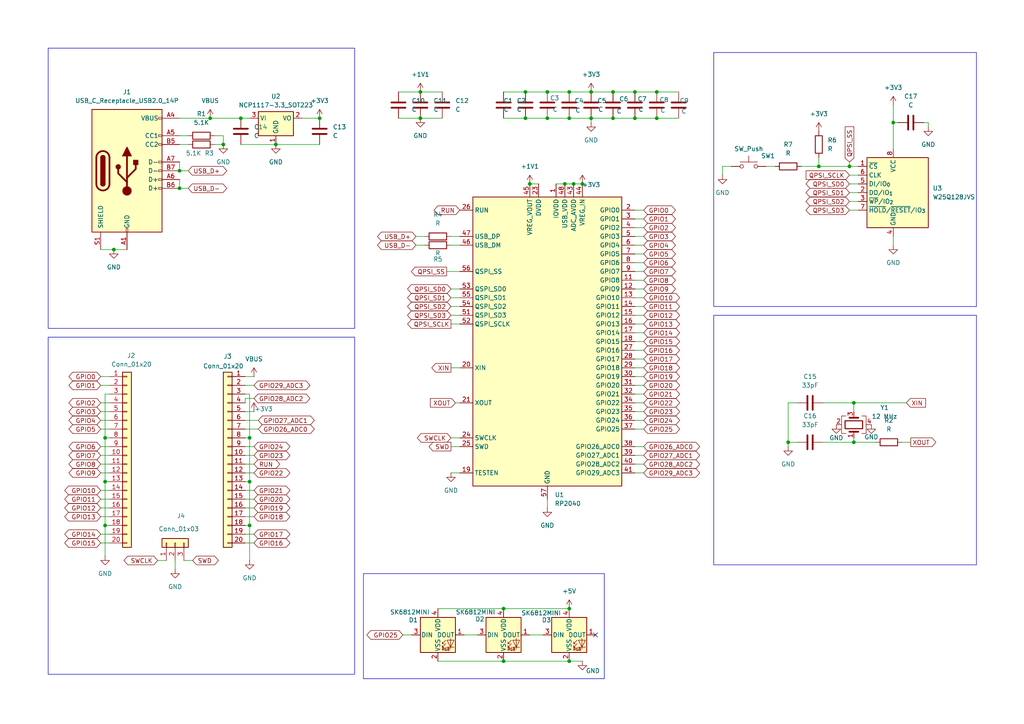
<source format=kicad_sch>
(kicad_sch (version 20250114) (generator "eeschema") (generator_version "9.0")
  (paper "A4")
  (lib_symbols
    (symbol "Connector:USB_C_Receptacle_USB2.0_14P" (pin_names (offset 1.016))
      (property "Reference" "J" (at 0 22.225 0))
      (property "Value" "USB_C_Receptacle_USB2.0_14P" (at 0 19.685 0))
      (symbol "USB_C_Receptacle_USB2.0_14P_1_1"
        (pin passive line (at -7.62 -22.86 90) (length 5.08) (name "SHIELD") (number "S1"))
        (pin passive line (at 0 -22.86 90) (length 5.08) (name "GND") (number "A1"))
        (pin passive line (at 0 -22.86 90) (length 5.08) (hide yes) (name "GND") (number "A12"))
        (pin passive line (at 0 -22.86 90) (length 5.08) (hide yes) (name "GND") (number "B1"))
        (pin passive line (at 0 -22.86 90) (length 5.08) (hide yes) (name "GND") (number "B12"))
        (pin passive line (at 15.24 15.24 180) (length 5.08) (name "VBUS") (number "A4"))
        (pin passive line (at 15.24 15.24 180) (length 5.08) (hide yes) (name "VBUS") (number "A9"))
        (pin passive line (at 15.24 15.24 180) (length 5.08) (hide yes) (name "VBUS") (number "B4"))
        (pin passive line (at 15.24 15.24 180) (length 5.08) (hide yes) (name "VBUS") (number "B9"))
        (pin bidirectional line (at 15.24 10.16 180) (length 5.08) (name "CC1") (number "A5"))
        (pin bidirectional line (at 15.24 7.62 180) (length 5.08) (name "CC2") (number "B5"))
        (pin bidirectional line (at 15.24 2.54 180) (length 5.08) (name "D-") (number "A7"))
        (pin bidirectional line (at 15.24 0 180) (length 5.08) (name "D-") (number "B7"))
        (pin bidirectional line (at 15.24 -2.54 180) (length 5.08) (name "D+") (number "A6"))
        (pin bidirectional line (at 15.24 -5.08 180) (length 5.08) (name "D+") (number "B6"))
      )
    )
    (symbol "Connector_Generic:Conn_01x03" (pin_names (offset 1.016) (hide yes))
      (property "Reference" "J" (at 0 5.08 0))
      (property "Value" "Conn_01x03" (at 0 -5.08 0))
      (symbol "Conn_01x03_1_1"
        (pin passive line (at -5.08 2.54 0) (length 3.81) (name "Pin_1") (number "1"))
        (pin passive line (at -5.08 0 0) (length 3.81) (name "Pin_2") (number "2"))
        (pin passive line (at -5.08 -2.54 0) (length 3.81) (name "Pin_3") (number "3"))
      )
    )
    (symbol "Connector_Generic:Conn_01x20" (pin_names (offset 1.016) (hide yes))
      (property "Reference" "J" (at 0 25.4 0))
      (property "Value" "Conn_01x20" (at 0 -27.94 0))
      (symbol "Conn_01x20_1_1"
        (pin passive line (at -5.08 22.86 0) (length 3.81) (name "Pin_1") (number "1"))
        (pin passive line (at -5.08 20.32 0) (length 3.81) (name "Pin_2") (number "2"))
        (pin passive line (at -5.08 17.78 0) (length 3.81) (name "Pin_3") (number "3"))
        (pin passive line (at -5.08 15.24 0) (length 3.81) (name "Pin_4") (number "4"))
        (pin passive line (at -5.08 12.7 0) (length 3.81) (name "Pin_5") (number "5"))
        (pin passive line (at -5.08 10.16 0) (length 3.81) (name "Pin_6") (number "6"))
        (pin passive line (at -5.08 7.62 0) (length 3.81) (name "Pin_7") (number "7"))
        (pin passive line (at -5.08 5.08 0) (length 3.81) (name "Pin_8") (number "8"))
        (pin passive line (at -5.08 2.54 0) (length 3.81) (name "Pin_9") (number "9"))
        (pin passive line (at -5.08 0 0) (length 3.81) (name "Pin_10") (number "10"))
        (pin passive line (at -5.08 -2.54 0) (length 3.81) (name "Pin_11") (number "11"))
        (pin passive line (at -5.08 -5.08 0) (length 3.81) (name "Pin_12") (number "12"))
        (pin passive line (at -5.08 -7.62 0) (length 3.81) (name "Pin_13") (number "13"))
        (pin passive line (at -5.08 -10.16 0) (length 3.81) (name "Pin_14") (number "14"))
        (pin passive line (at -5.08 -12.7 0) (length 3.81) (name "Pin_15") (number "15"))
        (pin passive line (at -5.08 -15.24 0) (length 3.81) (name "Pin_16") (number "16"))
        (pin passive line (at -5.08 -17.78 0) (length 3.81) (name "Pin_17") (number "17"))
        (pin passive line (at -5.08 -20.32 0) (length 3.81) (name "Pin_18") (number "18"))
        (pin passive line (at -5.08 -22.86 0) (length 3.81) (name "Pin_19") (number "19"))
        (pin passive line (at -5.08 -25.4 0) (length 3.81) (name "Pin_20") (number "20"))
      )
    )
    (symbol "Device:C" (pin_numbers (hide yes)) (pin_names (offset 0.254))
      (property "Reference" "C" (at 0.635 2.54 0))
      (property "Value" "C" (at 0.635 -2.54 0))
      (symbol "C_1_1"
        (pin passive line (at 0 3.81 270) (length 2.794) (name "~") (number "1"))
        (pin passive line (at 0 -3.81 90) (length 2.794) (name "~") (number "2"))
      )
    )
    (symbol "Device:Crystal_GND24" (pin_names (offset 1.016) (hide yes))
      (property "Reference" "Y" (at 3.175 5.08 0))
      (property "Value" "Crystal_GND24" (at 3.175 3.175 0))
      (symbol "Crystal_GND24_1_1"
        (pin passive line (at -3.81 0 0) (length 1.27) (name "1") (number "1"))
        (pin passive line (at 0 5.08 270) (length 1.27) (name "2") (number "2"))
        (pin passive line (at 0 -5.08 90) (length 1.27) (name "4") (number "4"))
        (pin passive line (at 3.81 0 180) (length 1.27) (name "3") (number "3"))
      )
    )
    (symbol "Device:R" (pin_numbers (hide yes)) (pin_names (offset 0))
      (property "Reference" "R" (at 2.032 0 90))
      (property "Value" "R" (at 0 0 90))
      (symbol "R_1_1"
        (pin passive line (at 0 3.81 270) (length 1.27) (name "~") (number "1"))
        (pin passive line (at 0 -3.81 90) (length 1.27) (name "~") (number "2"))
      )
    )
    (symbol "LED:SK6812MINI" (pin_names (offset 0.254))
      (property "Reference" "D" (at 5.08 5.715 0))
      (property "Value" "SK6812MINI" (at 1.27 -5.715 0))
      (symbol "SK6812MINI_0_0"
        (text "RGB" (at 2.286 -4.191 0) (effects (font (size 0.762 0.762))))
      )
      (symbol "SK6812MINI_1_1"
        (pin input line (at -7.62 0 0) (length 2.54) (name "DIN") (number "3"))
        (pin power_in line (at 0 7.62 270) (length 2.54) (name "VDD") (number "4"))
        (pin power_in line (at 0 -7.62 90) (length 2.54) (name "VSS") (number "2"))
        (pin output line (at 7.62 0 180) (length 2.54) (name "DOUT") (number "1"))
      )
    )
    (symbol "MCU_RaspberryPi:RP2040"
      (property "Reference" "U" (at 17.78 45.72 0))
      (property "Value" "RP2040" (at 17.78 43.18 0))
      (symbol "RP2040_1_1"
        (pin input line (at -25.4 38.1 0) (length 3.81) (name "RUN") (number "26"))
        (pin bidirectional line (at -25.4 30.48 0) (length 3.81) (name "USB_DP") (number "47"))
        (pin bidirectional line (at -25.4 27.94 0) (length 3.81) (name "USB_DM") (number "46"))
        (pin bidirectional line (at -25.4 20.32 0) (length 3.81) (name "QSPI_SS") (number "56"))
        (pin bidirectional line (at -25.4 15.24 0) (length 3.81) (name "QSPI_SD0") (number "53"))
        (pin bidirectional line (at -25.4 12.7 0) (length 3.81) (name "QSPI_SD1") (number "55"))
        (pin bidirectional line (at -25.4 10.16 0) (length 3.81) (name "QSPI_SD2") (number "54"))
        (pin bidirectional line (at -25.4 7.62 0) (length 3.81) (name "QSPI_SD3") (number "51"))
        (pin output line (at -25.4 5.08 0) (length 3.81) (name "QSPI_SCLK") (number "52"))
        (pin input line (at -25.4 -7.62 0) (length 3.81) (name "XIN") (number "20"))
        (pin passive line (at -25.4 -17.78 0) (length 3.81) (name "XOUT") (number "21"))
        (pin input line (at -25.4 -27.94 0) (length 3.81) (name "SWCLK") (number "24"))
        (pin bidirectional line (at -25.4 -30.48 0) (length 3.81) (name "SWD") (number "25"))
        (pin input line (at -25.4 -38.1 0) (length 3.81) (name "TESTEN") (number "19"))
        (pin power_out line (at -5.08 45.72 270) (length 3.81) (name "VREG_VOUT") (number "45"))
        (pin power_in line (at -2.54 45.72 270) (length 3.81) (name "DVDD") (number "23"))
        (pin passive line (at -2.54 45.72 270) (length 3.81) (hide yes) (name "DVDD") (number "50"))
        (pin power_in line (at 0 -45.72 90) (length 3.81) (name "GND") (number "57"))
        (pin power_in line (at 2.54 45.72 270) (length 3.81) (name "IOVDD") (number "1"))
        (pin passive line (at 2.54 45.72 270) (length 3.81) (hide yes) (name "IOVDD") (number "10"))
        (pin passive line (at 2.54 45.72 270) (length 3.81) (hide yes) (name "IOVDD") (number "22"))
        (pin passive line (at 2.54 45.72 270) (length 3.81) (hide yes) (name "IOVDD") (number "33"))
        (pin passive line (at 2.54 45.72 270) (length 3.81) (hide yes) (name "IOVDD") (number "42"))
        (pin passive line (at 2.54 45.72 270) (length 3.81) (hide yes) (name "IOVDD") (number "49"))
        (pin power_in line (at 5.08 45.72 270) (length 3.81) (name "USB_VDD") (number "48"))
        (pin power_in line (at 7.62 45.72 270) (length 3.81) (name "ADC_AVDD") (number "43"))
        (pin power_in line (at 10.16 45.72 270) (length 3.81) (name "VREG_IN") (number "44"))
        (pin bidirectional line (at 25.4 38.1 180) (length 3.81) (name "GPIO0") (number "2"))
        (pin bidirectional line (at 25.4 35.56 180) (length 3.81) (name "GPIO1") (number "3"))
        (pin bidirectional line (at 25.4 33.02 180) (length 3.81) (name "GPIO2") (number "4"))
        (pin bidirectional line (at 25.4 30.48 180) (length 3.81) (name "GPIO3") (number "5"))
        (pin bidirectional line (at 25.4 27.94 180) (length 3.81) (name "GPIO4") (number "6"))
        (pin bidirectional line (at 25.4 25.4 180) (length 3.81) (name "GPIO5") (number "7"))
        (pin bidirectional line (at 25.4 22.86 180) (length 3.81) (name "GPIO6") (number "8"))
        (pin bidirectional line (at 25.4 20.32 180) (length 3.81) (name "GPIO7") (number "9"))
        (pin bidirectional line (at 25.4 17.78 180) (length 3.81) (name "GPIO8") (number "11"))
        (pin bidirectional line (at 25.4 15.24 180) (length 3.81) (name "GPIO9") (number "12"))
        (pin bidirectional line (at 25.4 12.7 180) (length 3.81) (name "GPIO10") (number "13"))
        (pin bidirectional line (at 25.4 10.16 180) (length 3.81) (name "GPIO11") (number "14"))
        (pin bidirectional line (at 25.4 7.62 180) (length 3.81) (name "GPIO12") (number "15"))
        (pin bidirectional line (at 25.4 5.08 180) (length 3.81) (name "GPIO13") (number "16"))
        (pin bidirectional line (at 25.4 2.54 180) (length 3.81) (name "GPIO14") (number "17"))
        (pin bidirectional line (at 25.4 0 180) (length 3.81) (name "GPIO15") (number "18"))
        (pin bidirectional line (at 25.4 -2.54 180) (length 3.81) (name "GPIO16") (number "27"))
        (pin bidirectional line (at 25.4 -5.08 180) (length 3.81) (name "GPIO17") (number "28"))
        (pin bidirectional line (at 25.4 -7.62 180) (length 3.81) (name "GPIO18") (number "29"))
        (pin bidirectional line (at 25.4 -10.16 180) (length 3.81) (name "GPIO19") (number "30"))
        (pin bidirectional line (at 25.4 -12.7 180) (length 3.81) (name "GPIO20") (number "31"))
        (pin bidirectional line (at 25.4 -15.24 180) (length 3.81) (name "GPIO21") (number "32"))
        (pin bidirectional line (at 25.4 -17.78 180) (length 3.81) (name "GPIO22") (number "34"))
        (pin bidirectional line (at 25.4 -20.32 180) (length 3.81) (name "GPIO23") (number "35"))
        (pin bidirectional line (at 25.4 -22.86 180) (length 3.81) (name "GPIO24") (number "36"))
        (pin bidirectional line (at 25.4 -25.4 180) (length 3.81) (name "GPIO25") (number "37"))
        (pin bidirectional line (at 25.4 -30.48 180) (length 3.81) (name "GPIO26_ADC0") (number "38"))
        (pin bidirectional line (at 25.4 -33.02 180) (length 3.81) (name "GPIO27_ADC1") (number "39"))
        (pin bidirectional line (at 25.4 -35.56 180) (length 3.81) (name "GPIO28_ADC2") (number "40"))
        (pin bidirectional line (at 25.4 -38.1 180) (length 3.81) (name "GPIO29_ADC3") (number "41"))
      )
    )
    (symbol "Memory_Flash:W25Q128JVS"
      (property "Reference" "U" (at -6.35 11.43 0))
      (property "Value" "W25Q128JVS" (at 7.62 11.43 0))
      (symbol "W25Q128JVS_1_1"
        (pin input line (at -10.16 7.62 0) (length 2.54) (name "~{CS}") (number "1"))
        (pin input line (at -10.16 5.08 0) (length 2.54) (name "CLK") (number "6"))
        (pin bidirectional line (at -10.16 2.54 0) (length 2.54) (name "DI/IO_{0}") (number "5"))
        (pin bidirectional line (at -10.16 0 0) (length 2.54) (name "DO/IO_{1}") (number "2"))
        (pin bidirectional line (at -10.16 -2.54 0) (length 2.54) (name "~{WP}/IO_{2}") (number "3"))
        (pin bidirectional line (at -10.16 -5.08 0) (length 2.54) (name "~{HOLD}/~{RESET}/IO_{3}") (number "7"))
        (pin power_in line (at 0 12.7 270) (length 2.54) (name "VCC") (number "8"))
        (pin power_in line (at 0 -12.7 90) (length 2.54) (name "GND") (number "4"))
      )
    )
    (symbol "Regulator_Linear:NCP1117-3.3_SOT223"
      (property "Reference" "U" (at -3.81 3.175 0))
      (property "Value" "NCP1117-3.3_SOT223" (at 0 3.175 0))
      (symbol "NCP1117-3.3_SOT223_1_1"
        (pin power_in line (at -7.62 0 0) (length 2.54) (name "VI") (number "3"))
        (pin power_in line (at 0 -7.62 90) (length 2.54) (name "GND") (number "1"))
        (pin power_out line (at 7.62 0 180) (length 2.54) (name "VO") (number "2"))
      )
    )
    (symbol "Switch:SW_Push" (pin_numbers (hide yes)) (pin_names (offset 1.016) (hide yes))
      (property "Reference" "SW" (at 1.27 2.54 0))
      (property "Value" "SW_Push" (at 0 -1.524 0))
      (symbol "SW_Push_0_1"
        (pin passive line (at -5.08 0 0) (length 2.54) (name "1") (number "1"))
        (pin passive line (at 5.08 0 180) (length 2.54) (name "2") (number "2"))
      )
    )
    (symbol "power:+1V1" (power) (pin_numbers (hide yes)) (pin_names (offset 0) (hide yes))
      (property "Value" "+1V1" (at 0 3.556 0))
      (symbol "+1V1_1_1"
        (pin power_in line (at 0 0 90) (length 0) (name "~") (number "1"))
      )
    )
    (symbol "power:+3V3" (power) (pin_numbers (hide yes)) (pin_names (offset 0) (hide yes))
      (property "Value" "+3V3" (at 0 3.556 0))
      (symbol "+3V3_1_1"
        (pin power_in line (at 0 0 90) (length 0) (name "~") (number "1"))
      )
    )
    (symbol "power:+5V" (power) (pin_numbers (hide yes)) (pin_names (offset 0) (hide yes))
      (property "Value" "+5V" (at 0 3.556 0))
      (symbol "+5V_1_1"
        (pin power_in line (at 0 0 90) (length 0) (name "~") (number "1"))
      )
    )
    (symbol "power:GND" (power) (pin_numbers (hide yes)) (pin_names (offset 0) (hide yes))
      (property "Value" "GND" (at 0 -3.81 0))
      (symbol "GND_1_1"
        (pin power_in line (at 0 0 270) (length 0) (name "~") (number "1"))
      )
    )
    (symbol "power:VBUS" (power) (pin_numbers (hide yes)) (pin_names (offset 0) (hide yes))
      (property "Value" "VBUS" (at 0 3.556 0))
      (symbol "VBUS_1_1"
        (pin power_in line (at 0 0 90) (length 0) (name "~") (number "1"))
      )
    )
  )
  (text_box "" (at 13.97 13.97 0) (size 88.9 81.28) (margins 0.9525 0.9525 0.9525 0.9525) (effects (font (size 1.27 1.27)) (justify left top)))
  (text_box "" (at 13.97 97.79 0) (size 88.9 97.79) (margins 0.9525 0.9525 0.9525 0.9525) (effects (font (size 1.27 1.27)) (justify left top)))
  (text_box "" (at 105.41 166.37 0) (size 69.85 30.48) (margins 0.9525 0.9525 0.9525 0.9525) (effects (font (size 1.27 1.27)) (justify left top)))
  (text_box "" (at 207.01 15.24 0) (size 76.2 73.66) (margins 0.9525 0.9525 0.9525 0.9525) (effects (font (size 1.27 1.27)) (justify left top)))
  (text_box "" (at 207.01 91.44 0) (size 76.2 72.39) (margins 0.9525 0.9525 0.9525 0.9525) (effects (font (size 1.27 1.27)) (justify left top)))
  (junction (at 171.45 34.29))
  (junction (at 52.07 49.53))
  (junction (at 184.15 26.67))
  (junction (at 165.1 26.67))
  (junction (at 72.39 127))
  (junction (at 69.85 34.29))
  (junction (at 228.6 128.27))
  (junction (at 177.8 34.29))
  (junction (at 177.8 26.67))
  (junction (at 121.92 26.67))
  (junction (at 165.1 191.77))
  (junction (at 92.71 34.29))
  (junction (at 80.01 41.91))
  (junction (at 72.39 139.7))
  (junction (at 190.5 34.29))
  (junction (at 30.48 127))
  (junction (at 152.4 26.67))
  (junction (at 237.49 48.26))
  (junction (at 168.91 53.34))
  (junction (at 30.48 139.7))
  (junction (at 171.45 26.67))
  (junction (at 33.02 72.39))
  (junction (at 165.1 34.29))
  (junction (at 184.15 34.29))
  (junction (at 52.07 54.61))
  (junction (at 158.75 34.29))
  (junction (at 190.5 26.67))
  (junction (at 153.67 53.34))
  (junction (at 247.65 128.27))
  (junction (at 259.08 35.56))
  (junction (at 166.37 53.34))
  (junction (at 246.38 48.26))
  (junction (at 158.75 26.67))
  (junction (at 247.65 116.84))
  (junction (at 72.39 152.4))
  (junction (at 146.05 176.53))
  (junction (at 30.48 152.4))
  (junction (at 163.83 53.34))
  (junction (at 60.96 34.29))
  (junction (at 64.77 41.91))
  (junction (at 165.1 176.53))
  (junction (at 121.92 34.29))
  (junction (at 152.4 34.29))
  (junction (at 146.05 191.77))
  (no_connect (at 172.72 184.15))
  (wire (pts (xy 184.15 78.74) (xy 186.69 78.74)))
  (wire (pts (xy 184.15 96.52) (xy 186.69 96.52)))
  (wire (pts (xy 52.07 34.29) (xy 60.96 34.29)))
  (wire (pts (xy 72.39 152.4) (xy 72.39 162.56)))
  (wire (pts (xy 130.81 83.82) (xy 133.35 83.82)))
  (wire (pts (xy 246.38 46.99) (xy 246.38 48.26)))
  (wire (pts (xy 71.12 114.3) (xy 72.39 114.3)))
  (wire (pts (xy 161.29 53.34) (xy 163.83 53.34)))
  (wire (pts (xy 71.12 124.46) (xy 74.93 124.46)))
  (wire (pts (xy 72.39 114.3) (xy 72.39 127)))
  (wire (pts (xy 71.12 149.86) (xy 73.66 149.86)))
  (wire (pts (xy 184.15 137.16) (xy 186.69 137.16)))
  (wire (pts (xy 184.15 116.84) (xy 186.69 116.84)))
  (wire (pts (xy 71.12 144.78) (xy 73.66 144.78)))
  (wire (pts (xy 130.81 68.58) (xy 133.35 68.58)))
  (wire (pts (xy 130.81 71.12) (xy 133.35 71.12)))
  (wire (pts (xy 69.85 34.29) (xy 72.39 34.29)))
  (wire (pts (xy 130.81 88.9) (xy 133.35 88.9)))
  (wire (pts (xy 184.15 86.36) (xy 186.69 86.36)))
  (wire (pts (xy 184.15 129.54) (xy 186.69 129.54)))
  (wire (pts (xy 184.15 114.3) (xy 186.69 114.3)))
  (wire (pts (xy 71.12 116.84) (xy 71.12 115.57)))
  (wire (pts (xy 30.48 139.7) (xy 31.75 139.7)))
  (wire (pts (xy 184.15 101.6) (xy 186.69 101.6)))
  (wire (pts (xy 71.12 154.94) (xy 73.66 154.94)))
  (wire (pts (xy 71.12 132.08) (xy 73.66 132.08)))
  (wire (pts (xy 232.41 48.26) (xy 237.49 48.26)))
  (wire (pts (xy 119.38 184.15) (xy 116.84 184.15)))
  (wire (pts (xy 237.49 48.26) (xy 246.38 48.26)))
  (wire (pts (xy 166.37 53.34) (xy 168.91 53.34)))
  (wire (pts (xy 132.08 116.84) (xy 133.35 116.84)))
  (wire (pts (xy 31.75 137.16) (xy 29.21 137.16)))
  (wire (pts (xy 184.15 93.98) (xy 186.69 93.98)))
  (wire (pts (xy 158.75 26.67) (xy 165.1 26.67)))
  (wire (pts (xy 31.75 114.3) (xy 30.48 114.3)))
  (wire (pts (xy 72.39 127) (xy 72.39 139.7)))
  (wire (pts (xy 115.57 34.29) (xy 121.92 34.29)))
  (wire (pts (xy 130.81 86.36) (xy 133.35 86.36)))
  (wire (pts (xy 30.48 139.7) (xy 30.48 152.4)))
  (wire (pts (xy 246.38 58.42) (xy 248.92 58.42)))
  (wire (pts (xy 171.45 26.67) (xy 177.8 26.67)))
  (wire (pts (xy 259.08 30.48) (xy 259.08 35.56)))
  (wire (pts (xy 184.15 76.2) (xy 186.69 76.2)))
  (wire (pts (xy 247.65 116.84) (xy 262.89 116.84)))
  (wire (pts (xy 71.12 147.32) (xy 73.66 147.32)))
  (wire (pts (xy 50.8 162.56) (xy 50.8 165.1)))
  (wire (pts (xy 238.76 128.27) (xy 247.65 128.27)))
  (wire (pts (xy 31.75 132.08) (xy 29.21 132.08)))
  (wire (pts (xy 259.08 68.58) (xy 259.08 71.12)))
  (wire (pts (xy 134.62 184.15) (xy 138.43 184.15)))
  (wire (pts (xy 259.08 35.56) (xy 259.08 43.18)))
  (wire (pts (xy 52.07 46.99) (xy 52.07 49.53)))
  (wire (pts (xy 33.02 72.39) (xy 36.83 72.39)))
  (wire (pts (xy 31.75 154.94) (xy 29.21 154.94)))
  (wire (pts (xy 171.45 34.29) (xy 177.8 34.29)))
  (wire (pts (xy 184.15 71.12) (xy 186.69 71.12)))
  (wire (pts (xy 130.81 93.98) (xy 133.35 93.98)))
  (wire (pts (xy 184.15 73.66) (xy 186.69 73.66)))
  (wire (pts (xy 31.75 129.54) (xy 29.21 129.54)))
  (wire (pts (xy 184.15 106.68) (xy 186.69 106.68)))
  (wire (pts (xy 30.48 152.4) (xy 31.75 152.4)))
  (wire (pts (xy 177.8 26.67) (xy 184.15 26.67)))
  (wire (pts (xy 269.24 36.83) (xy 269.24 35.56)))
  (wire (pts (xy 184.15 26.67) (xy 190.5 26.67)))
  (wire (pts (xy 31.75 144.78) (xy 29.21 144.78)))
  (wire (pts (xy 127 191.77) (xy 146.05 191.77)))
  (wire (pts (xy 228.6 116.84) (xy 228.6 128.27)))
  (wire (pts (xy 146.05 26.67) (xy 152.4 26.67)))
  (wire (pts (xy 115.57 26.67) (xy 121.92 26.67)))
  (wire (pts (xy 146.05 34.29) (xy 152.4 34.29)))
  (wire (pts (xy 158.75 144.78) (xy 158.75 147.32)))
  (wire (pts (xy 246.38 60.96) (xy 248.92 60.96)))
  (wire (pts (xy 184.15 68.58) (xy 186.69 68.58)))
  (wire (pts (xy 69.85 41.91) (xy 80.01 41.91)))
  (wire (pts (xy 71.12 129.54) (xy 73.66 129.54)))
  (wire (pts (xy 64.77 39.37) (xy 64.77 41.91)))
  (wire (pts (xy 52.07 41.91) (xy 54.61 41.91)))
  (wire (pts (xy 177.8 34.29) (xy 184.15 34.29)))
  (wire (pts (xy 190.5 26.67) (xy 196.85 26.67)))
  (wire (pts (xy 71.12 119.38) (xy 73.66 119.38)))
  (wire (pts (xy 184.15 91.44) (xy 186.69 91.44)))
  (wire (pts (xy 52.07 54.61) (xy 54.61 54.61)))
  (wire (pts (xy 171.45 34.29) (xy 171.45 35.56)))
  (wire (pts (xy 153.67 184.15) (xy 157.48 184.15)))
  (wire (pts (xy 120.65 71.12) (xy 123.19 71.12)))
  (wire (pts (xy 184.15 99.06) (xy 186.69 99.06)))
  (wire (pts (xy 247.65 127) (xy 247.65 128.27)))
  (wire (pts (xy 184.15 34.29) (xy 190.5 34.29)))
  (wire (pts (xy 246.38 55.88) (xy 248.92 55.88)))
  (wire (pts (xy 31.75 111.76) (xy 29.21 111.76)))
  (wire (pts (xy 231.14 116.84) (xy 228.6 116.84)))
  (wire (pts (xy 184.15 109.22) (xy 186.69 109.22)))
  (wire (pts (xy 212.09 48.26) (xy 209.55 48.26)))
  (wire (pts (xy 71.12 115.57) (xy 73.66 115.57)))
  (wire (pts (xy 130.81 106.68) (xy 133.35 106.68)))
  (wire (pts (xy 146.05 176.53) (xy 165.1 176.53)))
  (wire (pts (xy 165.1 34.29) (xy 171.45 34.29)))
  (wire (pts (xy 71.12 152.4) (xy 72.39 152.4)))
  (wire (pts (xy 228.6 128.27) (xy 228.6 129.54)))
  (wire (pts (xy 31.75 142.24) (xy 29.21 142.24)))
  (wire (pts (xy 184.15 111.76) (xy 186.69 111.76)))
  (wire (pts (xy 184.15 88.9) (xy 186.69 88.9)))
  (wire (pts (xy 45.72 162.56) (xy 48.26 162.56)))
  (wire (pts (xy 264.16 128.27) (xy 261.62 128.27)))
  (wire (pts (xy 71.12 127) (xy 72.39 127)))
  (wire (pts (xy 120.65 68.58) (xy 123.19 68.58)))
  (wire (pts (xy 228.6 128.27) (xy 231.14 128.27)))
  (wire (pts (xy 31.75 116.84) (xy 29.21 116.84)))
  (wire (pts (xy 30.48 114.3) (xy 30.48 127)))
  (wire (pts (xy 259.08 35.56) (xy 260.35 35.56)))
  (wire (pts (xy 71.12 111.76) (xy 73.66 111.76)))
  (wire (pts (xy 31.75 109.22) (xy 29.21 109.22)))
  (wire (pts (xy 130.81 91.44) (xy 133.35 91.44)))
  (wire (pts (xy 184.15 60.96) (xy 186.69 60.96)))
  (wire (pts (xy 31.75 121.92) (xy 29.21 121.92)))
  (wire (pts (xy 127 176.53) (xy 146.05 176.53)))
  (wire (pts (xy 121.92 34.29) (xy 128.27 34.29)))
  (wire (pts (xy 184.15 121.92) (xy 186.69 121.92)))
  (wire (pts (xy 184.15 104.14) (xy 186.69 104.14)))
  (wire (pts (xy 165.1 191.77) (xy 168.91 191.77)))
  (wire (pts (xy 246.38 48.26) (xy 248.92 48.26)))
  (wire (pts (xy 130.81 129.54) (xy 133.35 129.54)))
  (wire (pts (xy 52.07 49.53) (xy 54.61 49.53)))
  (wire (pts (xy 238.76 116.84) (xy 247.65 116.84)))
  (wire (pts (xy 184.15 63.5) (xy 186.69 63.5)))
  (wire (pts (xy 146.05 191.77) (xy 165.1 191.77)))
  (wire (pts (xy 31.75 134.62) (xy 29.21 134.62)))
  (wire (pts (xy 52.07 39.37) (xy 54.61 39.37)))
  (wire (pts (xy 129.54 78.74) (xy 133.35 78.74)))
  (wire (pts (xy 62.23 39.37) (xy 64.77 39.37)))
  (wire (pts (xy 71.12 139.7) (xy 72.39 139.7)))
  (wire (pts (xy 52.07 52.07) (xy 52.07 54.61)))
  (wire (pts (xy 31.75 124.46) (xy 29.21 124.46)))
  (wire (pts (xy 184.15 134.62) (xy 186.69 134.62)))
  (wire (pts (xy 158.75 34.29) (xy 165.1 34.29)))
  (wire (pts (xy 247.65 128.27) (xy 254 128.27)))
  (wire (pts (xy 31.75 157.48) (xy 29.21 157.48)))
  (wire (pts (xy 222.25 48.26) (xy 224.79 48.26)))
  (wire (pts (xy 53.34 162.56) (xy 55.88 162.56)))
  (wire (pts (xy 30.48 127) (xy 30.48 139.7)))
  (wire (pts (xy 184.15 81.28) (xy 186.69 81.28)))
  (wire (pts (xy 152.4 26.67) (xy 158.75 26.67)))
  (wire (pts (xy 184.15 119.38) (xy 186.69 119.38)))
  (wire (pts (xy 62.23 41.91) (xy 64.77 41.91)))
  (wire (pts (xy 31.75 119.38) (xy 29.21 119.38)))
  (wire (pts (xy 163.83 53.34) (xy 166.37 53.34)))
  (wire (pts (xy 269.24 35.56) (xy 267.97 35.56)))
  (wire (pts (xy 165.1 26.67) (xy 171.45 26.67)))
  (wire (pts (xy 60.96 34.29) (xy 69.85 34.29)))
  (wire (pts (xy 71.12 109.22) (xy 73.66 109.22)))
  (wire (pts (xy 246.38 53.34) (xy 248.92 53.34)))
  (wire (pts (xy 152.4 34.29) (xy 158.75 34.29)))
  (wire (pts (xy 130.81 137.16) (xy 133.35 137.16)))
  (wire (pts (xy 237.49 45.72) (xy 237.49 48.26)))
  (wire (pts (xy 71.12 137.16) (xy 73.66 137.16)))
  (wire (pts (xy 121.92 26.67) (xy 128.27 26.67)))
  (wire (pts (xy 80.01 41.91) (xy 92.71 41.91)))
  (wire (pts (xy 71.12 157.48) (xy 73.66 157.48)))
  (wire (pts (xy 246.38 50.8) (xy 248.92 50.8)))
  (wire (pts (xy 71.12 121.92) (xy 74.93 121.92)))
  (wire (pts (xy 184.15 66.04) (xy 186.69 66.04)))
  (wire (pts (xy 71.12 142.24) (xy 73.66 142.24)))
  (wire (pts (xy 30.48 152.4) (xy 30.48 161.29)))
  (wire (pts (xy 31.75 147.32) (xy 29.21 147.32)))
  (wire (pts (xy 247.65 116.84) (xy 247.65 119.38)))
  (wire (pts (xy 190.5 34.29) (xy 196.85 34.29)))
  (wire (pts (xy 184.15 132.08) (xy 186.69 132.08)))
  (wire (pts (xy 87.63 34.29) (xy 92.71 34.29)))
  (wire (pts (xy 71.12 134.62) (xy 73.66 134.62)))
  (wire (pts (xy 209.55 50.8) (xy 209.55 48.26)))
  (wire (pts (xy 130.81 127) (xy 133.35 127)))
  (wire (pts (xy 72.39 139.7) (xy 72.39 152.4)))
  (wire (pts (xy 30.48 127) (xy 31.75 127)))
  (wire (pts (xy 29.21 72.39) (xy 33.02 72.39)))
  (wire (pts (xy 153.67 53.34) (xy 156.21 53.34)))
  (wire (pts (xy 184.15 124.46) (xy 186.69 124.46)))
  (wire (pts (xy 31.75 149.86) (xy 29.21 149.86)))
  (wire (pts (xy 184.15 83.82) (xy 186.69 83.82)))
  (global_label "GPIO15" (shape bidirectional) (at 186.69 99.06 0) (property "Intersheetrefs" "${INTERSHEET_REFS}" (effects (hide yes))))
  (global_label "GPIO4" (shape bidirectional) (at 186.69 71.12 0) (property "Intersheetrefs" "${INTERSHEET_REFS}" (effects (hide yes))))
  (global_label "GPIO12" (shape bidirectional) (at 29.21 147.32 180) (property "Intersheetrefs" "${INTERSHEET_REFS}" (effects (hide yes))))
  (global_label "GPIO3" (shape bidirectional) (at 29.21 119.38 180) (property "Intersheetrefs" "${INTERSHEET_REFS}" (effects (hide yes))))
  (global_label "GPIO10" (shape bidirectional) (at 186.69 86.36 0) (property "Intersheetrefs" "${INTERSHEET_REFS}" (effects (hide yes))))
  (global_label "GPIO2" (shape bidirectional) (at 29.21 116.84 180) (property "Intersheetrefs" "${INTERSHEET_REFS}" (effects (hide yes))))
  (global_label "GPIO4" (shape bidirectional) (at 29.21 121.92 180) (property "Intersheetrefs" "${INTERSHEET_REFS}" (effects (hide yes))))
  (global_label "GPIO26_ADC0" (shape bidirectional) (at 186.69 129.54 0) (property "Intersheetrefs" "${INTERSHEET_REFS}" (effects (hide yes))))
  (global_label "GPIO3" (shape bidirectional) (at 186.69 68.58 0) (property "Intersheetrefs" "${INTERSHEET_REFS}" (effects (hide yes))))
  (global_label "GPIO11" (shape bidirectional) (at 29.21 144.78 180) (property "Intersheetrefs" "${INTERSHEET_REFS}" (effects (hide yes))))
  (global_label "GPIO20" (shape bidirectional) (at 73.66 144.78 0) (property "Intersheetrefs" "${INTERSHEET_REFS}" (effects (hide yes))))
  (global_label "GPIO29_ADC3" (shape bidirectional) (at 73.66 111.76 0) (property "Intersheetrefs" "${INTERSHEET_REFS}" (effects (hide yes))))
  (global_label "GPIO22" (shape bidirectional) (at 186.69 116.84 0) (property "Intersheetrefs" "${INTERSHEET_REFS}" (effects (hide yes))))
  (global_label "GPIO1" (shape bidirectional) (at 29.21 111.76 180) (property "Intersheetrefs" "${INTERSHEET_REFS}" (effects (hide yes))))
  (global_label "GPIO11" (shape bidirectional) (at 186.69 88.9 0) (property "Intersheetrefs" "${INTERSHEET_REFS}" (effects (hide yes))))
  (global_label "GPIO26_ADC0" (shape bidirectional) (at 74.93 124.46 0) (property "Intersheetrefs" "${INTERSHEET_REFS}" (effects (hide yes))))
  (global_label "GPIO7" (shape bidirectional) (at 186.69 78.74 0) (property "Intersheetrefs" "${INTERSHEET_REFS}" (effects (hide yes))))
  (global_label "GPIO23" (shape bidirectional) (at 73.66 132.08 0) (property "Intersheetrefs" "${INTERSHEET_REFS}" (effects (hide yes))))
  (global_label "SWCLK" (shape bidirectional) (at 45.72 162.56 180) (property "Intersheetrefs" "${INTERSHEET_REFS}" (effects (hide yes))))
  (global_label "GPIO21" (shape bidirectional) (at 186.69 114.3 0) (property "Intersheetrefs" "${INTERSHEET_REFS}" (effects (hide yes))))
  (global_label "QPSI_SD0" (shape bidirectional) (at 130.81 83.82 180) (property "Intersheetrefs" "${INTERSHEET_REFS}" (effects (hide yes))))
  (global_label "GPIO28_ADC2" (shape bidirectional) (at 73.66 115.57 0) (property "Intersheetrefs" "${INTERSHEET_REFS}" (effects (hide yes))))
  (global_label "GPIO17" (shape bidirectional) (at 186.69 104.14 0) (property "Intersheetrefs" "${INTERSHEET_REFS}" (effects (hide yes))))
  (global_label "RUN" (shape bidirectional) (at 73.66 134.62 0) (property "Intersheetrefs" "${INTERSHEET_REFS}" (effects (hide yes))))
  (global_label "GPIO18" (shape bidirectional) (at 73.66 149.86 0) (property "Intersheetrefs" "${INTERSHEET_REFS}" (effects (hide yes))))
  (global_label "GPIO13" (shape bidirectional) (at 186.69 93.98 0) (property "Intersheetrefs" "${INTERSHEET_REFS}" (effects (hide yes))))
  (global_label "XOUT" (shape output) (at 264.16 128.27 0) (property "Intersheetrefs" "${INTERSHEET_REFS}" (effects (hide yes))))
  (global_label "GPIO23" (shape bidirectional) (at 186.69 119.38 0) (property "Intersheetrefs" "${INTERSHEET_REFS}" (effects (hide yes))))
  (global_label "GPIO25" (shape bidirectional) (at 186.69 124.46 0) (property "Intersheetrefs" "${INTERSHEET_REFS}" (effects (hide yes))))
  (global_label "GPIO17" (shape bidirectional) (at 73.66 154.94 0) (property "Intersheetrefs" "${INTERSHEET_REFS}" (effects (hide yes))))
  (global_label "GPIO0" (shape bidirectional) (at 29.21 109.22 180) (property "Intersheetrefs" "${INTERSHEET_REFS}" (effects (hide yes))))
  (global_label "GPIO27_ADC1" (shape bidirectional) (at 186.69 132.08 0) (property "Intersheetrefs" "${INTERSHEET_REFS}" (effects (hide yes))))
  (global_label "GPIO14" (shape bidirectional) (at 29.21 154.94 180) (property "Intersheetrefs" "${INTERSHEET_REFS}" (effects (hide yes))))
  (global_label "QPSI_SS" (shape output) (at 129.54 78.74 180) (property "Intersheetrefs" "${INTERSHEET_REFS}" (effects (hide yes))))
  (global_label "GPIO29_ADC3" (shape bidirectional) (at 186.69 137.16 0) (property "Intersheetrefs" "${INTERSHEET_REFS}" (effects (hide yes))))
  (global_label "GPIO1" (shape bidirectional) (at 186.69 63.5 0) (property "Intersheetrefs" "${INTERSHEET_REFS}" (effects (hide yes))))
  (global_label "GPIO27_ADC1" (shape bidirectional) (at 74.93 121.92 0) (property "Intersheetrefs" "${INTERSHEET_REFS}" (effects (hide yes))))
  (global_label "GPIO10" (shape bidirectional) (at 29.21 142.24 180) (property "Intersheetrefs" "${INTERSHEET_REFS}" (effects (hide yes))))
  (global_label "GPIO9" (shape bidirectional) (at 29.21 137.16 180) (property "Intersheetrefs" "${INTERSHEET_REFS}" (effects (hide yes))))
  (global_label "QPSI_SD2" (shape bidirectional) (at 130.81 88.9 180) (property "Intersheetrefs" "${INTERSHEET_REFS}" (effects (hide yes))))
  (global_label "GPIO8" (shape bidirectional) (at 29.21 134.62 180) (property "Intersheetrefs" "${INTERSHEET_REFS}" (effects (hide yes))))
  (global_label "GPIO0" (shape bidirectional) (at 186.69 60.96 0) (property "Intersheetrefs" "${INTERSHEET_REFS}" (effects (hide yes))))
  (global_label "GPIO14" (shape bidirectional) (at 186.69 96.52 0) (property "Intersheetrefs" "${INTERSHEET_REFS}" (effects (hide yes))))
  (global_label "QPSI_SD0" (shape bidirectional) (at 246.38 53.34 180) (property "Intersheetrefs" "${INTERSHEET_REFS}" (effects (hide yes))))
  (global_label "USB_D-" (shape bidirectional) (at 54.61 54.61 0) (property "Intersheetrefs" "${INTERSHEET_REFS}" (effects (hide yes))))
  (global_label "GPIO2" (shape bidirectional) (at 186.69 66.04 0) (property "Intersheetrefs" "${INTERSHEET_REFS}" (effects (hide yes))))
  (global_label "USB_D+" (shape bidirectional) (at 54.61 49.53 0) (property "Intersheetrefs" "${INTERSHEET_REFS}" (effects (hide yes))))
  (global_label "XIN" (shape input) (at 262.89 116.84 0) (property "Intersheetrefs" "${INTERSHEET_REFS}" (effects (hide yes))))
  (global_label "GPIO24" (shape bidirectional) (at 186.69 121.92 0) (property "Intersheetrefs" "${INTERSHEET_REFS}" (effects (hide yes))))
  (global_label "SWD" (shape output) (at 130.81 129.54 180) (property "Intersheetrefs" "${INTERSHEET_REFS}" (effects (hide yes))))
  (global_label "GPIO28_ADC2" (shape bidirectional) (at 186.69 134.62 0) (property "Intersheetrefs" "${INTERSHEET_REFS}" (effects (hide yes))))
  (global_label "GPIO19" (shape bidirectional) (at 186.69 109.22 0) (property "Intersheetrefs" "${INTERSHEET_REFS}" (effects (hide yes))))
  (global_label "QPSI_SCLK" (shape input) (at 246.38 50.8 180) (property "Intersheetrefs" "${INTERSHEET_REFS}" (effects (hide yes))))
  (global_label "QPSI_SD2" (shape bidirectional) (at 246.38 58.42 180) (property "Intersheetrefs" "${INTERSHEET_REFS}" (effects (hide yes))))
  (global_label "GPIO20" (shape bidirectional) (at 186.69 111.76 0) (property "Intersheetrefs" "${INTERSHEET_REFS}" (effects (hide yes))))
  (global_label "SWCLK" (shape bidirectional) (at 130.81 127 180) (property "Intersheetrefs" "${INTERSHEET_REFS}" (effects (hide yes))))
  (global_label "XIN" (shape output) (at 130.81 106.68 180) (property "Intersheetrefs" "${INTERSHEET_REFS}" (effects (hide yes))))
  (global_label "GPIO15" (shape bidirectional) (at 29.21 157.48 180) (property "Intersheetrefs" "${INTERSHEET_REFS}" (effects (hide yes))))
  (global_label "GPIO16" (shape bidirectional) (at 73.66 157.48 0) (property "Intersheetrefs" "${INTERSHEET_REFS}" (effects (hide yes))))
  (global_label "USB_D+" (shape bidirectional) (at 120.65 68.58 180) (property "Intersheetrefs" "${INTERSHEET_REFS}" (effects (hide yes))))
  (global_label "QPSI_SD3" (shape bidirectional) (at 246.38 60.96 180) (property "Intersheetrefs" "${INTERSHEET_REFS}" (effects (hide yes))))
  (global_label "GPIO24" (shape bidirectional) (at 73.66 129.54 0) (property "Intersheetrefs" "${INTERSHEET_REFS}" (effects (hide yes))))
  (global_label "QPSI_SS" (shape input) (at 246.38 46.99 90) (property "Intersheetrefs" "${INTERSHEET_REFS}" (effects (hide yes))))
  (global_label "GPIO9" (shape bidirectional) (at 186.69 83.82 0) (property "Intersheetrefs" "${INTERSHEET_REFS}" (effects (hide yes))))
  (global_label "GPIO19" (shape bidirectional) (at 73.66 147.32 0) (property "Intersheetrefs" "${INTERSHEET_REFS}" (effects (hide yes))))
  (global_label "GPIO18" (shape bidirectional) (at 186.69 106.68 0) (property "Intersheetrefs" "${INTERSHEET_REFS}" (effects (hide yes))))
  (global_label "GPIO13" (shape bidirectional) (at 29.21 149.86 180) (property "Intersheetrefs" "${INTERSHEET_REFS}" (effects (hide yes))))
  (global_label "GPIO6" (shape bidirectional) (at 29.21 129.54 180) (property "Intersheetrefs" "${INTERSHEET_REFS}" (effects (hide yes))))
  (global_label "QPSI_SD1" (shape bidirectional) (at 130.81 86.36 180) (property "Intersheetrefs" "${INTERSHEET_REFS}" (effects (hide yes))))
  (global_label "GPIO5" (shape bidirectional) (at 186.69 73.66 0) (property "Intersheetrefs" "${INTERSHEET_REFS}" (effects (hide yes))))
  (global_label "XOUT" (shape input) (at 132.08 116.84 180) (property "Intersheetrefs" "${INTERSHEET_REFS}" (effects (hide yes))))
  (global_label "RUN" (shape bidirectional) (at 133.35 60.96 180) (property "Intersheetrefs" "${INTERSHEET_REFS}" (effects (hide yes))))
  (global_label "GPIO12" (shape bidirectional) (at 186.69 91.44 0) (property "Intersheetrefs" "${INTERSHEET_REFS}" (effects (hide yes))))
  (global_label "GPIO7" (shape bidirectional) (at 29.21 132.08 180) (property "Intersheetrefs" "${INTERSHEET_REFS}" (effects (hide yes))))
  (global_label "SWD" (shape bidirectional) (at 55.88 162.56 0) (property "Intersheetrefs" "${INTERSHEET_REFS}" (effects (hide yes))))
  (global_label "GPIO16" (shape bidirectional) (at 186.69 101.6 0) (property "Intersheetrefs" "${INTERSHEET_REFS}" (effects (hide yes))))
  (global_label "GPIO6" (shape bidirectional) (at 186.69 76.2 0) (property "Intersheetrefs" "${INTERSHEET_REFS}" (effects (hide yes))))
  (global_label "GPIO8" (shape bidirectional) (at 186.69 81.28 0) (property "Intersheetrefs" "${INTERSHEET_REFS}" (effects (hide yes))))
  (global_label "GPIO21" (shape bidirectional) (at 73.66 142.24 0) (property "Intersheetrefs" "${INTERSHEET_REFS}" (effects (hide yes))))
  (global_label "GPIO25" (shape bidirectional) (at 116.84 184.15 180) (property "Intersheetrefs" "${INTERSHEET_REFS}" (effects (hide yes))))
  (global_label "QPSI_SCLK" (shape output) (at 130.81 93.98 180) (property "Intersheetrefs" "${INTERSHEET_REFS}" (effects (hide yes))))
  (global_label "QPSI_SD3" (shape bidirectional) (at 130.81 91.44 180) (property "Intersheetrefs" "${INTERSHEET_REFS}" (effects (hide yes))))
  (global_label "GPIO5" (shape bidirectional) (at 29.21 124.46 180) (property "Intersheetrefs" "${INTERSHEET_REFS}" (effects (hide yes))))
  (global_label "GPIO22" (shape bidirectional) (at 73.66 137.16 0) (property "Intersheetrefs" "${INTERSHEET_REFS}" (effects (hide yes))))
  (global_label "QPSI_SD1" (shape bidirectional) (at 246.38 55.88 180) (property "Intersheetrefs" "${INTERSHEET_REFS}" (effects (hide yes))))
  (global_label "USB_D-" (shape bidirectional) (at 120.65 71.12 180) (property "Intersheetrefs" "${INTERSHEET_REFS}" (effects (hide yes))))
  (symbol (lib_id "Device:C") (at 128.27 30.48 0) (unit 1)
    (property "Reference" "C12" (at 132.08 29.2099 0) (effects (justify left)))
    (property "Value" "C" (at 132.08 31.7499 0) (effects (justify left)))
    (property "Footprint" "Capacitor_SMD:C_0402_1005Metric" (effects (hide yes)))
    (property "Description" "Unpolarized capacitor" (effects (hide yes)))
  )
  (symbol (lib_id "power:GND") (at 269.24 36.83 0) (unit 1)
    (property "Reference" "#PWR019" (effects (hide yes)))
    (property "Value" "GND" (at 269.24 41.91 0))
    (property "Description" "Power symbol creates a global label with name \"GND\" , ground" (effects (hide yes)))
  )
  (symbol (lib_id "Device:Crystal_GND24") (at 247.65 123.19 90) (unit 1)
    (property "Reference" "Y1" (at 256.54 118.2368 90))
    (property "Value" "12 MHz" (at 256.54 120.7768 90))
    (property "Footprint" "Crystal:Crystal_SMD_3225-4Pin_3.2x2.5mm" (effects (hide yes)))
    (property "Description" "Four pin crystal, GND on pins 2 and 4" (effects (hide yes)))
  )
  (symbol (lib_id "Device:C") (at 234.95 116.84 90) (unit 1)
    (property "Reference" "C15" (at 234.95 109.22 90))
    (property "Value" "33pF" (at 234.95 111.76 90))
    (property "Footprint" "Capacitor_SMD:C_0402_1005Metric" (effects (hide yes)))
    (property "Description" "Unpolarized capacitor" (effects (hide yes)))
  )
  (symbol (lib_id "Device:R") (at 58.42 41.91 90) (unit 1)
    (property "Reference" "R3" (at 60.706 44.45 90))
    (property "Value" "5.1K" (at 56.134 44.45 90))
    (property "Footprint" "Resistor_SMD:R_0402_1005Metric" (effects (hide yes)))
    (property "Description" "Resistor" (effects (hide yes)))
  )
  (symbol (lib_id "power:GND") (at 130.81 137.16 0) (unit 1)
    (property "Reference" "#PWR020" (effects (hide yes)))
    (property "Value" "GND" (at 130.81 142.24 0))
    (property "Description" "Power symbol creates a global label with name \"GND\" , ground" (effects (hide yes)))
  )
  (symbol (lib_id "power:GND") (at 72.39 162.56 0) (unit 1)
    (property "Reference" "#PWR024" (effects (hide yes)))
    (property "Value" "GND" (at 72.39 167.64 0))
    (property "Description" "Power symbol creates a global label with name \"GND\" , ground" (effects (hide yes)))
  )
  (symbol (lib_id "power:VBUS") (at 60.96 34.29 0) (unit 1)
    (property "Reference" "#PWR010" (effects (hide yes)))
    (property "Value" "VBUS" (at 60.96 29.21 0))
    (property "Description" "Power symbol creates a global label with name \"VBUS\"" (effects (hide yes)))
  )
  (symbol (lib_id "power:GND") (at 252.73 123.19 0) (unit 1)
    (property "Reference" "#PWR013" (effects (hide yes)))
    (property "Value" "GND" (at 252.73 126.746 0))
    (property "Description" "Power symbol creates a global label with name \"GND\" , ground" (effects (hide yes)))
  )
  (symbol (lib_id "power:GND") (at 121.92 34.29 0) (unit 1)
    (property "Reference" "#PWR05" (effects (hide yes)))
    (property "Value" "GND" (at 121.92 39.37 0))
    (property "Description" "Power symbol creates a global label with name \"GND\" , ground" (effects (hide yes)))
  )
  (symbol (lib_id "power:GND") (at 209.55 50.8 0) (unit 1)
    (property "Reference" "#PWR017" (effects (hide yes)))
    (property "Value" "GND" (at 209.55 55.88 0))
    (property "Description" "Power symbol creates a global label with name \"GND\" , ground" (effects (hide yes)))
  )
  (symbol (lib_id "Device:C") (at 146.05 30.48 0) (unit 1)
    (property "Reference" "C2" (at 149.86 29.2099 0) (effects (justify left)))
    (property "Value" "C" (at 149.86 31.7499 0) (effects (justify left)))
    (property "Footprint" "Capacitor_SMD:C_0402_1005Metric" (effects (hide yes)))
    (property "Description" "Unpolarized capacitor" (effects (hide yes)))
  )
  (symbol (lib_id "power:+3V3") (at 73.66 119.38 0) (unit 1)
    (property "Reference" "#PWR026" (effects (hide yes)))
    (property "Value" "+3V3" (at 76.454 118.618 0))
    (property "Description" "Power symbol creates a global label with name \"+3V3\"" (effects (hide yes)))
  )
  (symbol (lib_id "LED:SK6812MINI") (at 127 184.15 0) (unit 1)
    (property "Reference" "D1" (at 119.888 179.832 0))
    (property "Value" "SK6812MINI" (at 118.872 177.546 0))
    (property "Footprint" "LED_SMD:LED_SK6812MINI_PLCC4_3.5x3.5mm_P1.75mm" (effects (hide yes)))
    (property "Datasheet" "https://cdn-shop.adafruit.com/product-files/2686/SK6812MINI_REV.01-1-2.pdf" (effects (hide yes)))
    (property "Description" "RGB LED with integrated controller" (effects (hide yes)))
  )
  (symbol (lib_id "Device:C") (at 190.5 30.48 0) (unit 1)
    (property "Reference" "C8" (at 191.262 28.956 0) (effects (justify left)))
    (property "Value" "C" (at 191.516 32.004 0) (effects (justify left)))
    (property "Footprint" "Capacitor_SMD:C_0402_1005Metric" (effects (hide yes)))
    (property "Description" "Unpolarized capacitor" (effects (hide yes)))
  )
  (symbol (lib_id "Device:R") (at 237.49 41.91 0) (unit 1)
    (property "Reference" "R6" (at 240.03 40.6399 0) (effects (justify left)))
    (property "Value" "R" (at 240.03 43.1799 0) (effects (justify left)))
    (property "Footprint" "Resistor_SMD:R_0402_1005Metric" (effects (hide yes)))
    (property "Description" "Resistor" (effects (hide yes)))
  )
  (symbol (lib_id "Device:C") (at 165.1 30.48 0) (unit 1)
    (property "Reference" "C4" (at 166.624 29.21 0) (effects (justify left)))
    (property "Value" "C" (at 166.878 32.004 0) (effects (justify left)))
    (property "Footprint" "Capacitor_SMD:C_0402_1005Metric" (effects (hide yes)))
    (property "Description" "Unpolarized capacitor" (effects (hide yes)))
  )
  (symbol (lib_id "power:GND") (at 259.08 71.12 0) (unit 1)
    (property "Reference" "#PWR016" (effects (hide yes)))
    (property "Value" "GND" (at 259.08 76.2 0))
    (property "Description" "Power symbol creates a global label with name \"GND\" , ground" (effects (hide yes)))
  )
  (symbol (lib_id "power:GND") (at 33.02 72.39 0) (unit 1)
    (property "Reference" "#PWR07" (effects (hide yes)))
    (property "Value" "GND" (at 33.02 77.47 0))
    (property "Description" "Power symbol creates a global label with name \"GND\" , ground" (effects (hide yes)))
  )
  (symbol (lib_id "Device:R") (at 257.81 128.27 90) (unit 1)
    (property "Reference" "R2" (at 257.81 121.92 90))
    (property "Value" "R" (at 257.81 124.46 90))
    (property "Footprint" "Resistor_SMD:R_0402_1005Metric" (effects (hide yes)))
    (property "Description" "Resistor" (effects (hide yes)))
  )
  (symbol (lib_id "Connector_Generic:Conn_01x20") (at 66.04 132.08 0) (mirror y) (unit 1)
    (property "Reference" "J3" (at 66.04 103.378 0))
    (property "Value" "Conn_01x20" (at 64.77 106.172 0))
    (property "Footprint" "Connector_PinHeader_2.54mm:PinHeader_1x20_P2.54mm_Vertical" (effects (hide yes)))
    (property "Description" "Generic connector, single row, 01x20, script generated (kicad-library-utils/schlib/autogen/connector/)" (effects (hide yes)))
  )
  (symbol (lib_id "Device:C") (at 177.8 30.48 0) (unit 1)
    (property "Reference" "C6" (at 179.578 28.702 0) (effects (justify left)))
    (property "Value" "C" (at 178.816 32.258 0) (effects (justify left)))
    (property "Footprint" "Capacitor_SMD:C_0402_1005Metric" (effects (hide yes)))
    (property "Description" "Unpolarized capacitor" (effects (hide yes)))
  )
  (symbol (lib_id "Device:C") (at 152.4 30.48 0) (unit 1)
    (property "Reference" "C1" (at 146.05 29.2099 0) (effects (justify left)))
    (property "Value" "C" (at 146.05 31.7499 0) (effects (justify left)))
    (property "Footprint" "Capacitor_SMD:C_0402_1005Metric" (effects (hide yes)))
    (property "Description" "Unpolarized capacitor" (effects (hide yes)))
  )
  (symbol (lib_id "Device:C") (at 184.15 30.48 0) (unit 1)
    (property "Reference" "C7" (at 184.912 28.702 0) (effects (justify left)))
    (property "Value" "C" (at 185.166 31.75 0) (effects (justify left)))
    (property "Footprint" "Capacitor_SMD:C_0402_1005Metric" (effects (hide yes)))
    (property "Description" "Unpolarized capacitor" (effects (hide yes)))
  )
  (symbol (lib_id "Device:C") (at 171.45 30.48 0) (unit 1)
    (property "Reference" "C5" (at 173.228 29.21 0) (effects (justify left)))
    (property "Value" "C" (at 173.482 31.75 0) (effects (justify left)))
    (property "Footprint" "Capacitor_SMD:C_0402_1005Metric" (effects (hide yes)))
    (property "Description" "Unpolarized capacitor" (effects (hide yes)))
  )
  (symbol (lib_id "power:VBUS") (at 73.66 109.22 0) (unit 1)
    (property "Reference" "#PWR025" (effects (hide yes)))
    (property "Value" "VBUS" (at 73.66 104.14 0))
    (property "Description" "Power symbol creates a global label with name \"VBUS\"" (effects (hide yes)))
  )
  (symbol (lib_id "power:+3V3") (at 168.91 53.34 0) (unit 1)
    (property "Reference" "#PWR03" (effects (hide yes)))
    (property "Value" "+3V3" (at 171.45 53.594 0))
    (property "Description" "Power symbol creates a global label with name \"+3V3\"" (effects (hide yes)))
  )
  (symbol (lib_id "power:+3V3") (at 92.71 34.29 0) (unit 1)
    (property "Reference" "#PWR011" (effects (hide yes)))
    (property "Value" "+3V3" (at 92.71 29.21 0))
    (property "Description" "Power symbol creates a global label with name \"+3V3\"" (effects (hide yes)))
  )
  (symbol (lib_id "Switch:SW_Push") (at 217.17 48.26 0) (unit 1)
    (property "Reference" "SW1" (at 222.758 45.212 0))
    (property "Value" "SW_Push" (at 217.17 43.18 0))
    (property "Footprint" "Button_Switch_SMD:SW_Push_SPST_NO_Alps_SKRK" (effects (hide yes)))
    (property "Description" "Push button switch, generic, two pins" (effects (hide yes)))
  )
  (symbol (lib_id "power:GND") (at 171.45 35.56 0) (unit 1)
    (property "Reference" "#PWR06" (effects (hide yes)))
    (property "Value" "GND" (at 171.45 40.64 0))
    (property "Description" "Power symbol creates a global label with name \"GND\" , ground" (effects (hide yes)))
  )
  (symbol (lib_id "LED:SK6812MINI") (at 146.05 184.15 0) (unit 1)
    (property "Reference" "D2" (at 139.192 179.578 0))
    (property "Value" "SK6812MINI" (at 137.922 177.546 0))
    (property "Footprint" "LED_SMD:LED_SK6812MINI_PLCC4_3.5x3.5mm_P1.75mm" (effects (hide yes)))
    (property "Datasheet" "https://cdn-shop.adafruit.com/product-files/2686/SK6812MINI_REV.01-1-2.pdf" (effects (hide yes)))
    (property "Description" "RGB LED with integrated controller" (effects (hide yes)))
  )
  (symbol (lib_id "power:GND") (at 158.75 147.32 0) (unit 1)
    (property "Reference" "#PWR021" (effects (hide yes)))
    (property "Value" "GND" (at 158.75 152.4 0))
    (property "Description" "Power symbol creates a global label with name \"GND\" , ground" (effects (hide yes)))
  )
  (symbol (lib_id "power:GND") (at 30.48 161.29 0) (unit 1)
    (property "Reference" "#PWR022" (effects (hide yes)))
    (property "Value" "GND" (at 30.48 166.37 0))
    (property "Description" "Power symbol creates a global label with name \"GND\" , ground" (effects (hide yes)))
  )
  (symbol (lib_id "power:GND") (at 64.77 41.91 0) (unit 1)
    (property "Reference" "#PWR08" (effects (hide yes)))
    (property "Value" "GND" (at 64.77 46.99 0))
    (property "Description" "Power symbol creates a global label with name \"GND\" , ground" (effects (hide yes)))
  )
  (symbol (lib_id "power:GND") (at 228.6 129.54 0) (unit 1)
    (property "Reference" "#PWR012" (effects (hide yes)))
    (property "Value" "GND" (at 228.6 134.62 0))
    (property "Description" "Power symbol creates a global label with name \"GND\" , ground" (effects (hide yes)))
  )
  (symbol (lib_id "MCU_RaspberryPi:RP2040") (at 158.75 99.06 0) (unit 1)
    (property "Reference" "U1" (at 160.8933 143.51 0) (effects (justify left)))
    (property "Value" "RP2040" (at 160.8933 146.05 0) (effects (justify left)))
    (property "Footprint" "Package_DFN_QFN:QFN-56-1EP_7x7mm_P0.4mm_EP3.2x3.2mm" (effects (hide yes)))
    (property "Datasheet" "https://datasheets.raspberrypi.com/rp2040/rp2040-datasheet.pdf" (effects (hide yes)))
    (property "Description" "A microcontroller by Raspberry Pi" (effects (hide yes)))
  )
  (symbol (lib_id "Device:C") (at 234.95 128.27 90) (unit 1)
    (property "Reference" "C16" (at 234.95 120.65 90))
    (property "Value" "33pF" (at 234.95 123.19 90))
    (property "Footprint" "Capacitor_SMD:C_0402_1005Metric" (effects (hide yes)))
    (property "Description" "Unpolarized capacitor" (effects (hide yes)))
  )
  (symbol (lib_id "Device:C") (at 92.71 38.1 0) (unit 1)
    (property "Reference" "C13" (at 96.52 36.8299 0) (effects (justify left)))
    (property "Value" "C" (at 96.52 39.3699 0) (effects (justify left)))
    (property "Footprint" "Capacitor_SMD:C_0402_1005Metric" (effects (hide yes)))
    (property "Description" "Unpolarized capacitor" (effects (hide yes)))
  )
  (symbol (lib_id "power:+3V3") (at 171.45 26.67 0) (unit 1)
    (property "Reference" "#PWR02" (effects (hide yes)))
    (property "Value" "+3V3" (at 171.45 21.59 0))
    (property "Description" "Power symbol creates a global label with name \"+3V3\"" (effects (hide yes)))
  )
  (symbol (lib_id "power:GND") (at 168.91 191.77 0) (unit 1)
    (property "Reference" "#PWR027" (effects (hide yes)))
    (property "Value" "GND" (at 171.958 194.564 0))
    (property "Description" "Power symbol creates a global label with name \"GND\" , ground" (effects (hide yes)))
  )
  (symbol (lib_id "Memory_Flash:W25Q128JVS") (at 259.08 55.88 0) (unit 1)
    (property "Reference" "U3" (at 270.51 54.6099 0) (effects (justify left)))
    (property "Value" "W25Q128JVS" (at 270.51 57.1499 0) (effects (justify left)))
    (property "Footprint" "Package_SO:SOIC-8_5.3x5.3mm_P1.27mm" (effects (hide yes)))
    (property "Datasheet" "https://www.winbond.com/resource-files/w25q128jv_dtr%20revc%2003272018%20plus.pdf" (effects (hide yes)))
    (property "Description" "128Mbit / 16MiB Serial Flash Memory, Standard/Dual/Quad SPI, 2.7-3.6V, SOIC-8" (effects (hide yes)))
  )
  (symbol (lib_id "Device:C") (at 121.92 30.48 0) (unit 1)
    (property "Reference" "C11" (at 125.73 29.2099 0) (effects (justify left)))
    (property "Value" "C" (at 125.73 31.7499 0) (effects (justify left)))
    (property "Footprint" "Capacitor_SMD:C_0402_1005Metric" (effects (hide yes)))
    (property "Description" "Unpolarized capacitor" (effects (hide yes)))
  )
  (symbol (lib_id "Device:R") (at 58.42 39.37 90) (unit 1)
    (property "Reference" "R1" (at 58.42 33.02 90))
    (property "Value" "5.1K" (at 58.42 35.56 90))
    (property "Footprint" "Resistor_SMD:R_0402_1005Metric" (effects (hide yes)))
    (property "Description" "Resistor" (effects (hide yes)))
  )
  (symbol (lib_id "Device:C") (at 264.16 35.56 90) (unit 1)
    (property "Reference" "C17" (at 264.16 27.94 90))
    (property "Value" "C" (at 264.16 30.48 90))
    (property "Footprint" "Capacitor_SMD:C_0402_1005Metric" (effects (hide yes)))
    (property "Description" "Unpolarized capacitor" (effects (hide yes)))
  )
  (symbol (lib_id "LED:SK6812MINI") (at 165.1 184.15 0) (unit 1)
    (property "Reference" "D3" (at 158.496 179.832 0))
    (property "Value" "SK6812MINI" (at 156.972 177.8 0))
    (property "Footprint" "LED_SMD:LED_SK6812MINI_PLCC4_3.5x3.5mm_P1.75mm" (effects (hide yes)))
    (property "Datasheet" "https://cdn-shop.adafruit.com/product-files/2686/SK6812MINI_REV.01-1-2.pdf" (effects (hide yes)))
    (property "Description" "RGB LED with integrated controller" (effects (hide yes)))
  )
  (symbol (lib_id "power:GND") (at 242.57 123.19 0) (unit 1)
    (property "Reference" "#PWR015" (effects (hide yes)))
    (property "Value" "GND" (at 242.57 127 0))
    (property "Description" "Power symbol creates a global label with name \"GND\" , ground" (effects (hide yes)))
  )
  (symbol (lib_id "power:+3V3") (at 237.49 38.1 0) (unit 1)
    (property "Reference" "#PWR018" (effects (hide yes)))
    (property "Value" "+3V3" (at 237.49 33.02 0))
    (property "Description" "Power symbol creates a global label with name \"+3V3\"" (effects (hide yes)))
  )
  (symbol (lib_id "Device:R") (at 127 71.12 90) (unit 1)
    (property "Reference" "R5" (at 127 75.184 90))
    (property "Value" "R" (at 127 73.406 90))
    (property "Footprint" "Resistor_SMD:R_0402_1005Metric" (effects (hide yes)))
    (property "Description" "Resistor" (effects (hide yes)))
  )
  (symbol (lib_id "Device:C") (at 69.85 38.1 0) (unit 1)
    (property "Reference" "C14" (at 73.66 36.8299 0) (effects (justify left)))
    (property "Value" "C" (at 73.66 39.3699 0) (effects (justify left)))
    (property "Footprint" "Capacitor_SMD:C_0402_1005Metric" (effects (hide yes)))
    (property "Description" "Unpolarized capacitor" (effects (hide yes)))
  )
  (symbol (lib_id "power:+1V1") (at 153.67 53.34 0) (unit 1)
    (property "Reference" "#PWR01" (effects (hide yes)))
    (property "Value" "+1V1" (at 153.67 48.26 0))
    (property "Description" "Power symbol creates a global label with name \"+1V1\"" (effects (hide yes)))
  )
  (symbol (lib_id "power:GND") (at 80.01 41.91 0) (unit 1)
    (property "Reference" "#PWR09" (effects (hide yes)))
    (property "Value" "GND" (at 80.01 46.99 0))
    (property "Description" "Power symbol creates a global label with name \"GND\" , ground" (effects (hide yes)))
  )
  (symbol (lib_id "power:+3V3") (at 259.08 30.48 0) (unit 1)
    (property "Reference" "#PWR014" (effects (hide yes)))
    (property "Value" "+3V3" (at 259.08 25.4 0))
    (property "Description" "Power symbol creates a global label with name \"+3V3\"" (effects (hide yes)))
  )
  (symbol (lib_id "power:+1V1") (at 121.92 26.67 0) (unit 1)
    (property "Reference" "#PWR04" (effects (hide yes)))
    (property "Value" "+1V1" (at 121.92 21.59 0))
    (property "Description" "Power symbol creates a global label with name \"+1V1\"" (effects (hide yes)))
  )
  (symbol (lib_id "power:+5V") (at 165.1 176.53 0) (unit 1)
    (property "Reference" "#PWR028" (effects (hide yes)))
    (property "Value" "+5V" (at 165.1 171.45 0))
    (property "Description" "Power symbol creates a global label with name \"+5V\"" (effects (hide yes)))
  )
  (symbol (lib_id "Device:C") (at 158.75 30.48 0) (unit 1)
    (property "Reference" "C3" (at 159.512 28.448 0) (effects (justify left)))
    (property "Value" "C" (at 160.274 31.75 0) (effects (justify left)))
    (property "Footprint" "Capacitor_SMD:C_0402_1005Metric" (effects (hide yes)))
    (property "Description" "Unpolarized capacitor" (effects (hide yes)))
  )
  (symbol (lib_id "Device:R") (at 228.6 48.26 90) (unit 1)
    (property "Reference" "R7" (at 228.6 41.91 90))
    (property "Value" "R" (at 228.6 44.45 90))
    (property "Footprint" "Resistor_SMD:R_0402_1005Metric" (effects (hide yes)))
    (property "Description" "Resistor" (effects (hide yes)))
  )
  (symbol (lib_id "Device:C") (at 115.57 30.48 0) (unit 1)
    (property "Reference" "C10" (at 119.38 29.2099 0) (effects (justify left)))
    (property "Value" "C" (at 119.38 31.7499 0) (effects (justify left)))
    (property "Footprint" "Capacitor_SMD:C_0402_1005Metric" (effects (hide yes)))
    (property "Description" "Unpolarized capacitor" (effects (hide yes)))
  )
  (symbol (lib_id "power:GND") (at 50.8 165.1 0) (unit 1)
    (property "Reference" "#PWR023" (effects (hide yes)))
    (property "Value" "GND" (at 50.8 170.18 0))
    (property "Description" "Power symbol creates a global label with name \"GND\" , ground" (effects (hide yes)))
  )
  (symbol (lib_id "Connector_Generic:Conn_01x20") (at 36.83 132.08 0) (unit 1)
    (property "Reference" "J2" (at 36.83 103.124 0) (effects (justify left)))
    (property "Value" "Conn_01x20" (at 32.258 105.664 0) (effects (justify left)))
    (property "Footprint" "Connector_PinHeader_2.54mm:PinHeader_1x20_P2.54mm_Vertical" (effects (hide yes)))
    (property "Description" "Generic connector, single row, 01x20, script generated (kicad-library-utils/schlib/autogen/connector/)" (effects (hide yes)))
  )
  (symbol (lib_id "Device:C") (at 196.85 30.48 0) (unit 1)
    (property "Reference" "C9" (at 197.104 29.21 0) (effects (justify left)))
    (property "Value" "C" (at 197.612 32.258 0) (effects (justify left)))
    (property "Footprint" "Capacitor_SMD:C_0402_1005Metric" (effects (hide yes)))
    (property "Description" "Unpolarized capacitor" (effects (hide yes)))
  )
  (symbol (lib_id "Regulator_Linear:NCP1117-3.3_SOT223") (at 80.01 34.29 0) (unit 1)
    (property "Reference" "U2" (at 80.01 27.94 0))
    (property "Value" "NCP1117-3.3_SOT223" (at 80.01 30.48 0))
    (property "Footprint" "Package_TO_SOT_SMD:SOT-223-3_TabPin2" (effects (hide yes)))
    (property "Datasheet" "http://www.onsemi.com/pub_link/Collateral/NCP1117-D.PDF" (effects (hide yes)))
    (property "Description" "1A Low drop-out regulator, Fixed Output 3.3V, SOT-223" (effects (hide yes)))
  )
  (symbol (lib_id "Device:R") (at 127 68.58 90) (unit 1)
    (property "Reference" "R4" (at 127 62.23 90))
    (property "Value" "R" (at 127 64.77 90))
    (property "Footprint" "Resistor_SMD:R_0402_1005Metric" (effects (hide yes)))
    (property "Description" "Resistor" (effects (hide yes)))
  )
  (symbol (lib_id "Connector:USB_C_Receptacle_USB2.0_14P") (at 36.83 49.53 0) (unit 1)
    (property "Reference" "J1" (at 36.83 26.67 0))
    (property "Value" "USB_C_Receptacle_USB2.0_14P" (at 36.83 29.21 0))
    (property "Footprint" "Connector_USB:USB_C_Receptacle_HRO_TYPE-C-31-M-12" (effects (hide yes)))
    (property "Datasheet" "https://www.usb.org/sites/default/files/documents/usb_type-c.zip" (effects (hide yes)))
    (property "Description" "USB 2.0-only 14P Type-C Receptacle connector" (effects (hide yes)))
  )
  (symbol (lib_id "Connector_Generic:Conn_01x03") (at 50.8 157.48 90) (unit 1)
    (property "Reference" "J4" (at 51.308 149.606 90) (effects (justify right)))
    (property "Value" "Conn_01x03" (at 45.974 153.416 90) (effects (justify right)))
    (property "Footprint" "Connector_PinHeader_2.54mm:PinHeader_1x03_P2.54mm_Vertical" (effects (hide yes)))
    (property "Description" "Generic connector, single row, 01x03, script generated (kicad-library-utils/schlib/autogen/connector/)" (effects (hide yes)))
  )
)
</source>
